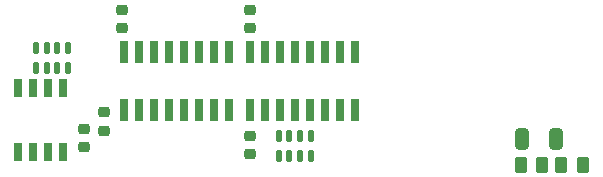
<source format=gbr>
%TF.GenerationSoftware,KiCad,Pcbnew,8.0.8-8.0.8-0~ubuntu22.04.1*%
%TF.CreationDate,2025-02-04T16:45:40+01:00*%
%TF.ProjectId,EEZ DIB 1.2 template,45455a20-4449-4422-9031-2e322074656d,rev?*%
%TF.SameCoordinates,Original*%
%TF.FileFunction,Paste,Top*%
%TF.FilePolarity,Positive*%
%FSLAX46Y46*%
G04 Gerber Fmt 4.6, Leading zero omitted, Abs format (unit mm)*
G04 Created by KiCad (PCBNEW 8.0.8-8.0.8-0~ubuntu22.04.1) date 2025-02-04 16:45:40*
%MOMM*%
%LPD*%
G01*
G04 APERTURE LIST*
G04 Aperture macros list*
%AMRoundRect*
0 Rectangle with rounded corners*
0 $1 Rounding radius*
0 $2 $3 $4 $5 $6 $7 $8 $9 X,Y pos of 4 corners*
0 Add a 4 corners polygon primitive as box body*
4,1,4,$2,$3,$4,$5,$6,$7,$8,$9,$2,$3,0*
0 Add four circle primitives for the rounded corners*
1,1,$1+$1,$2,$3*
1,1,$1+$1,$4,$5*
1,1,$1+$1,$6,$7*
1,1,$1+$1,$8,$9*
0 Add four rect primitives between the rounded corners*
20,1,$1+$1,$2,$3,$4,$5,0*
20,1,$1+$1,$4,$5,$6,$7,0*
20,1,$1+$1,$6,$7,$8,$9,0*
20,1,$1+$1,$8,$9,$2,$3,0*%
G04 Aperture macros list end*
%ADD10RoundRect,0.225000X-0.250000X0.225000X-0.250000X-0.225000X0.250000X-0.225000X0.250000X0.225000X0*%
%ADD11RoundRect,0.050800X-0.249200X0.724200X-0.249200X-0.724200X0.249200X-0.724200X0.249200X0.724200X0*%
%ADD12RoundRect,0.050800X0.199200X0.449200X-0.199200X0.449200X-0.199200X-0.449200X0.199200X-0.449200X0*%
%ADD13RoundRect,0.024000X0.276000X-0.926000X0.276000X0.926000X-0.276000X0.926000X-0.276000X-0.926000X0*%
%ADD14RoundRect,0.250000X0.262500X0.450000X-0.262500X0.450000X-0.262500X-0.450000X0.262500X-0.450000X0*%
%ADD15RoundRect,0.250000X0.325000X0.650000X-0.325000X0.650000X-0.325000X-0.650000X0.325000X-0.650000X0*%
%ADD16RoundRect,0.050800X-0.199200X-0.449200X0.199200X-0.449200X0.199200X0.449200X-0.199200X0.449200X0*%
G04 APERTURE END LIST*
D10*
%TO.C,C3*%
X173164100Y-139409600D03*
X173164100Y-140959600D03*
%TD*%
%TO.C,C5*%
X174688100Y-130710100D03*
X174688100Y-132260100D03*
%TD*%
%TO.C,C1*%
X171449600Y-140806600D03*
X171449600Y-142356600D03*
%TD*%
D11*
%TO.C,IC1*%
X169666600Y-137332200D03*
X168396600Y-137332200D03*
X167126600Y-137332200D03*
X165856600Y-137332200D03*
X165856600Y-142732200D03*
X167126600Y-142732200D03*
X168396600Y-142732200D03*
X169666600Y-142732200D03*
%TD*%
D12*
%TO.C,RN1*%
X190643100Y-141430100D03*
X189743100Y-141430100D03*
X188843100Y-141430100D03*
X187943100Y-141430100D03*
X187943100Y-143130100D03*
X188843100Y-143130100D03*
X189743100Y-143130100D03*
X190643100Y-143130100D03*
%TD*%
D13*
%TO.C,IC2*%
X185483100Y-139215600D03*
X186753100Y-139215600D03*
X188023100Y-139215600D03*
X189293100Y-139215600D03*
X190563100Y-139215600D03*
X191833100Y-139215600D03*
X193103100Y-139215600D03*
X194373100Y-139215600D03*
X194373100Y-134295600D03*
X193103100Y-134295600D03*
X191833100Y-134295600D03*
X190563100Y-134295600D03*
X189293100Y-134295600D03*
X188023100Y-134295600D03*
X186753100Y-134295600D03*
X185483100Y-134295600D03*
%TD*%
D14*
%TO.C,R1*%
X213677500Y-143827500D03*
X211852500Y-143827500D03*
%TD*%
%TO.C,R2*%
X210248500Y-143827500D03*
X208423500Y-143827500D03*
%TD*%
D13*
%TO.C,IC3*%
X174878600Y-139215600D03*
X176148600Y-139215600D03*
X177418600Y-139215600D03*
X178688600Y-139215600D03*
X179958600Y-139215600D03*
X181228600Y-139215600D03*
X182498600Y-139215600D03*
X183768600Y-139215600D03*
X183768600Y-134295600D03*
X182498600Y-134295600D03*
X181228600Y-134295600D03*
X179958600Y-134295600D03*
X178688600Y-134295600D03*
X177418600Y-134295600D03*
X176148600Y-134295600D03*
X174878600Y-134295600D03*
%TD*%
D15*
%TO.C,C4*%
X211446000Y-141668500D03*
X208496000Y-141668500D03*
%TD*%
D10*
%TO.C,C2*%
X185483100Y-141378100D03*
X185483100Y-142928100D03*
%TD*%
D16*
%TO.C,RN2*%
X167407200Y-135649800D03*
X168307200Y-135649800D03*
X169207200Y-135649800D03*
X170107200Y-135649800D03*
X170107200Y-133949800D03*
X169207200Y-133949800D03*
X168307200Y-133949800D03*
X167407200Y-133949800D03*
%TD*%
D10*
%TO.C,C6*%
X185483100Y-130710100D03*
X185483100Y-132260100D03*
%TD*%
M02*

</source>
